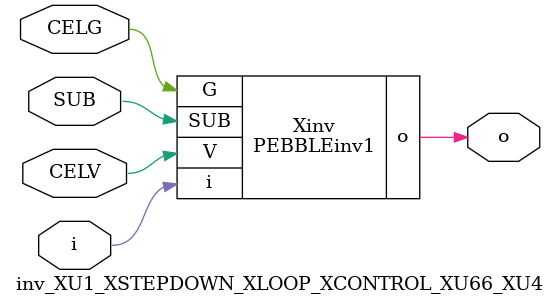
<source format=v>



module PEBBLEinv1 ( o, G, SUB, V, i );

  input V;
  input i;
  input G;
  output o;
  input SUB;
endmodule

//Celera Confidential Do Not Copy inv_XU1_XSTEPDOWN_XLOOP_XCONTROL_XU66_XU4
//Celera Confidential Symbol Generator
//5V Inverter
module inv_XU1_XSTEPDOWN_XLOOP_XCONTROL_XU66_XU4 (CELV,CELG,i,o,SUB);
input CELV;
input CELG;
input i;
input SUB;
output o;

//Celera Confidential Do Not Copy inv
PEBBLEinv1 Xinv(
.V (CELV),
.i (i),
.o (o),
.SUB (SUB),
.G (CELG)
);
//,diesize,PEBBLEinv1

//Celera Confidential Do Not Copy Module End
//Celera Schematic Generator
endmodule

</source>
